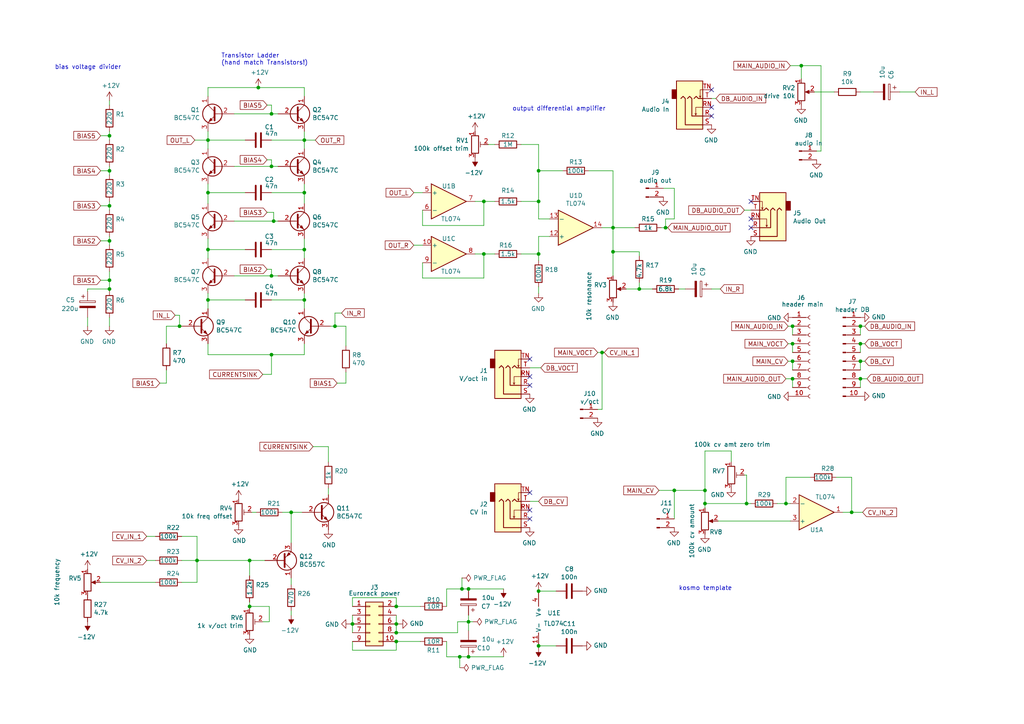
<source format=kicad_sch>
(kicad_sch (version 20211123) (generator eeschema)
  (paper "A4")
  (junction (at 88.265 86.995))
  (junction (at 72.39 175.895))
  (junction (at 247.015 148.59))
  (junction (at 114.935 175.895))
  (junction (at 52.07 94.615))
  (junction (at 156.21 187.325))
  (junction (at 204.47 142.24))
  (junction (at 232.41 19.05))
  (junction (at 193.04 66.04))
  (junction (at 135.89 180.34))
  (junction (at 114.935 180.975))
  (junction (at 249.555 99.695))
  (junction (at 249.555 104.775))
  (junction (at 88.265 40.64))
  (junction (at 88.265 72.39))
  (junction (at 60.325 40.64))
  (junction (at 177.8 73.025))
  (junction (at 60.325 86.995))
  (junction (at 31.75 39.37))
  (junction (at 31.75 83.82))
  (junction (at 102.235 180.975))
  (junction (at 97.155 94.615))
  (junction (at 133.35 190.5))
  (junction (at 216.535 146.05))
  (junction (at 140.335 58.42))
  (junction (at 174.625 102.235))
  (junction (at 229.87 99.695))
  (junction (at 79.375 64.135))
  (junction (at 229.87 104.775))
  (junction (at 195.58 142.24))
  (junction (at 57.15 162.56))
  (junction (at 249.555 94.615))
  (junction (at 31.75 59.69))
  (junction (at 72.39 162.56))
  (junction (at 31.75 69.85))
  (junction (at 156.21 49.53))
  (junction (at 229.87 109.855))
  (junction (at 227.965 146.05))
  (junction (at 114.935 186.055))
  (junction (at 78.74 80.01))
  (junction (at 204.47 146.05))
  (junction (at 229.87 94.615))
  (junction (at 78.74 102.87))
  (junction (at 84.455 148.59))
  (junction (at 156.21 171.45))
  (junction (at 78.74 48.26))
  (junction (at 88.265 55.88))
  (junction (at 31.75 49.53))
  (junction (at 74.93 25.4))
  (junction (at 140.335 73.66))
  (junction (at 156.21 73.66))
  (junction (at 133.985 170.815))
  (junction (at 135.89 170.815))
  (junction (at 177.8 66.04))
  (junction (at 78.74 33.02))
  (junction (at 185.42 83.82))
  (junction (at 249.555 109.855))
  (junction (at 156.21 58.42))
  (junction (at 114.935 183.515))
  (junction (at 60.325 55.88))
  (junction (at 135.89 190.5))
  (junction (at 31.75 81.28))
  (junction (at 60.325 72.39))
  (no_connect (at 206.375 33.655))
  (no_connect (at 217.805 66.04))
  (no_connect (at 206.375 31.115))
  (no_connect (at 153.67 142.875))
  (no_connect (at 206.375 26.035))
  (no_connect (at 153.67 111.76))
  (no_connect (at 153.67 147.955))
  (no_connect (at 217.805 58.42))
  (no_connect (at 153.67 104.14))
  (no_connect (at 217.805 63.5))
  (no_connect (at 153.67 150.495))
  (no_connect (at 153.67 109.22))
  (wire (pts (xy 88.265 55.88) (xy 88.265 59.055)))
  (wire (pts (xy 52.705 94.615) (xy 52.07 94.615)))
  (wire (pts (xy 29.21 39.37) (xy 31.75 39.37)))
  (wire (pts (xy 31.75 38.1) (xy 31.75 39.37)))
  (wire (pts (xy 234.95 138.43) (xy 227.965 138.43)))
  (wire (pts (xy 170.815 49.53) (xy 177.8 49.53)))
  (wire (pts (xy 132.715 180.34) (xy 135.89 180.34)))
  (wire (pts (xy 31.75 39.37) (xy 31.75 40.64)))
  (wire (pts (xy 247.015 148.59) (xy 247.015 138.43)))
  (wire (pts (xy 95.25 143.51) (xy 95.25 141.605)))
  (wire (pts (xy 60.325 55.88) (xy 60.325 59.055)))
  (wire (pts (xy 52.07 91.44) (xy 52.07 94.615)))
  (wire (pts (xy 31.75 83.82) (xy 31.75 84.455)))
  (wire (pts (xy 133.985 167.64) (xy 133.985 170.815)))
  (wire (pts (xy 229.87 109.855) (xy 227.965 109.855)))
  (wire (pts (xy 174.625 66.04) (xy 177.8 66.04)))
  (wire (pts (xy 57.15 162.56) (xy 72.39 162.56)))
  (wire (pts (xy 114.935 180.975) (xy 114.935 178.435)))
  (wire (pts (xy 181.61 83.82) (xy 185.42 83.82)))
  (wire (pts (xy 97.155 94.615) (xy 100.33 94.615)))
  (wire (pts (xy 204.47 146.05) (xy 204.47 142.24)))
  (wire (pts (xy 48.26 107.315) (xy 48.26 111.125)))
  (wire (pts (xy 91.44 40.64) (xy 88.265 40.64)))
  (wire (pts (xy 74.93 25.4) (xy 60.325 25.4)))
  (wire (pts (xy 122.555 55.88) (xy 120.015 55.88)))
  (wire (pts (xy 177.8 66.04) (xy 177.8 73.025)))
  (wire (pts (xy 122.555 80.645) (xy 140.335 80.645)))
  (wire (pts (xy 71.12 40.64) (xy 60.325 40.64)))
  (wire (pts (xy 31.75 68.58) (xy 31.75 69.85)))
  (wire (pts (xy 208.28 151.13) (xy 229.235 151.13)))
  (wire (pts (xy 206.375 83.82) (xy 208.915 83.82)))
  (wire (pts (xy 156.21 68.58) (xy 156.21 73.66)))
  (wire (pts (xy 57.15 162.56) (xy 57.15 155.575)))
  (wire (pts (xy 31.75 81.28) (xy 31.75 83.82)))
  (wire (pts (xy 25.4 83.82) (xy 31.75 83.82)))
  (wire (pts (xy 122.555 65.405) (xy 140.335 65.405)))
  (wire (pts (xy 238.125 19.05) (xy 232.41 19.05)))
  (wire (pts (xy 204.47 130.81) (xy 212.09 130.81)))
  (wire (pts (xy 102.235 173.355) (xy 114.935 173.355)))
  (wire (pts (xy 100.33 107.95) (xy 100.33 111.125)))
  (wire (pts (xy 195.58 150.495) (xy 195.58 142.24)))
  (wire (pts (xy 114.935 183.515) (xy 132.715 183.515)))
  (wire (pts (xy 72.39 176.53) (xy 72.39 175.895)))
  (wire (pts (xy 78.74 108.585) (xy 76.2 108.585)))
  (wire (pts (xy 229.87 99.695) (xy 229.87 102.235)))
  (wire (pts (xy 114.935 186.055) (xy 121.92 186.055)))
  (wire (pts (xy 241.935 26.67) (xy 236.22 26.67)))
  (wire (pts (xy 114.935 173.355) (xy 114.935 175.895)))
  (wire (pts (xy 72.39 175.895) (xy 72.39 174.625)))
  (wire (pts (xy 161.29 171.45) (xy 156.21 171.45)))
  (wire (pts (xy 156.21 63.5) (xy 156.21 58.42)))
  (wire (pts (xy 227.965 138.43) (xy 227.965 146.05)))
  (wire (pts (xy 137.795 58.42) (xy 140.335 58.42)))
  (wire (pts (xy 78.74 30.48) (xy 78.74 33.02)))
  (wire (pts (xy 195.58 54.61) (xy 195.58 63.5)))
  (wire (pts (xy 159.385 68.58) (xy 156.21 68.58)))
  (wire (pts (xy 78.74 46.355) (xy 78.74 48.26)))
  (wire (pts (xy 156.21 171.45) (xy 156.21 172.085)))
  (wire (pts (xy 95.885 94.615) (xy 97.155 94.615)))
  (wire (pts (xy 31.75 59.69) (xy 31.75 60.96)))
  (wire (pts (xy 135.89 182.88) (xy 135.89 180.34)))
  (wire (pts (xy 80.645 64.135) (xy 79.375 64.135)))
  (wire (pts (xy 80.645 48.26) (xy 78.74 48.26)))
  (wire (pts (xy 60.325 86.995) (xy 60.325 89.535)))
  (wire (pts (xy 25.4 84.455) (xy 25.4 83.82)))
  (wire (pts (xy 135.89 180.34) (xy 137.16 180.34)))
  (wire (pts (xy 88.265 72.39) (xy 88.265 74.93)))
  (wire (pts (xy 156.21 145.415) (xy 153.67 145.415)))
  (wire (pts (xy 250.19 148.59) (xy 247.015 148.59)))
  (wire (pts (xy 215.9 60.96) (xy 217.805 60.96)))
  (wire (pts (xy 57.15 168.91) (xy 57.15 162.56)))
  (wire (pts (xy 249.555 26.67) (xy 253.365 26.67)))
  (wire (pts (xy 25.4 92.075) (xy 25.4 94.615)))
  (wire (pts (xy 102.235 178.435) (xy 102.235 180.975)))
  (wire (pts (xy 156.21 83.185) (xy 156.21 85.09)))
  (wire (pts (xy 229.235 146.05) (xy 227.965 146.05)))
  (wire (pts (xy 133.35 193.675) (xy 133.35 190.5)))
  (wire (pts (xy 60.325 102.87) (xy 60.325 99.695)))
  (wire (pts (xy 156.845 106.68) (xy 153.67 106.68)))
  (wire (pts (xy 247.015 148.59) (xy 244.475 148.59)))
  (wire (pts (xy 77.47 30.48) (xy 78.74 30.48)))
  (wire (pts (xy 249.555 104.775) (xy 250.825 104.775)))
  (wire (pts (xy 80.645 80.01) (xy 78.74 80.01)))
  (wire (pts (xy 29.21 49.53) (xy 31.75 49.53)))
  (wire (pts (xy 78.74 78.105) (xy 78.74 80.01)))
  (wire (pts (xy 185.42 73.025) (xy 177.8 73.025)))
  (wire (pts (xy 88.265 86.995) (xy 88.265 89.535)))
  (wire (pts (xy 102.235 186.055) (xy 102.235 188.595)))
  (wire (pts (xy 60.325 25.4) (xy 60.325 27.94)))
  (wire (pts (xy 84.455 167.64) (xy 84.455 169.545)))
  (wire (pts (xy 141.605 41.91) (xy 143.51 41.91)))
  (wire (pts (xy 192.405 54.61) (xy 195.58 54.61)))
  (wire (pts (xy 88.265 25.4) (xy 88.265 27.94)))
  (wire (pts (xy 52.07 94.615) (xy 48.26 94.615)))
  (wire (pts (xy 99.06 90.805) (xy 97.155 90.805)))
  (wire (pts (xy 88.265 85.09) (xy 88.265 86.995)))
  (wire (pts (xy 156.21 49.53) (xy 156.21 58.42)))
  (wire (pts (xy 135.89 180.34) (xy 135.89 178.435)))
  (wire (pts (xy 88.265 102.87) (xy 78.74 102.87)))
  (wire (pts (xy 88.265 38.1) (xy 88.265 40.64)))
  (wire (pts (xy 72.39 162.56) (xy 76.835 162.56)))
  (wire (pts (xy 52.705 168.91) (xy 57.15 168.91)))
  (wire (pts (xy 135.89 190.5) (xy 146.05 190.5)))
  (wire (pts (xy 229.87 97.155) (xy 229.87 94.615)))
  (wire (pts (xy 60.325 53.34) (xy 60.325 55.88)))
  (wire (pts (xy 163.195 49.53) (xy 156.21 49.53)))
  (wire (pts (xy 140.335 65.405) (xy 140.335 58.42)))
  (wire (pts (xy 29.21 59.69) (xy 31.75 59.69)))
  (wire (pts (xy 238.125 43.815) (xy 238.125 19.05)))
  (wire (pts (xy 56.515 40.64) (xy 60.325 40.64)))
  (wire (pts (xy 129.54 170.815) (xy 133.985 170.815)))
  (wire (pts (xy 77.47 46.355) (xy 78.74 46.355)))
  (wire (pts (xy 78.74 33.02) (xy 80.645 33.02)))
  (wire (pts (xy 95.25 129.54) (xy 90.805 129.54)))
  (wire (pts (xy 229.87 109.855) (xy 229.87 112.395)))
  (wire (pts (xy 185.42 81.915) (xy 185.42 83.82)))
  (wire (pts (xy 74.93 25.4) (xy 88.265 25.4)))
  (wire (pts (xy 79.375 61.595) (xy 79.375 64.135)))
  (wire (pts (xy 129.54 190.5) (xy 133.35 190.5)))
  (wire (pts (xy 129.54 175.895) (xy 129.54 170.815)))
  (wire (pts (xy 114.935 175.895) (xy 121.92 175.895)))
  (wire (pts (xy 71.12 55.88) (xy 60.325 55.88)))
  (wire (pts (xy 29.21 168.91) (xy 45.085 168.91)))
  (wire (pts (xy 78.74 102.87) (xy 78.74 108.585)))
  (wire (pts (xy 206.375 28.575) (xy 207.645 28.575)))
  (wire (pts (xy 174.625 102.235) (xy 174.625 118.745)))
  (wire (pts (xy 173.355 102.235) (xy 174.625 102.235)))
  (wire (pts (xy 193.04 63.5) (xy 193.04 66.04)))
  (wire (pts (xy 196.85 83.82) (xy 198.755 83.82)))
  (wire (pts (xy 249.555 109.855) (xy 249.555 112.395)))
  (wire (pts (xy 204.47 142.24) (xy 204.47 130.81)))
  (wire (pts (xy 228.6 94.615) (xy 229.87 94.615)))
  (wire (pts (xy 45.085 155.575) (xy 42.545 155.575)))
  (wire (pts (xy 67.945 33.02) (xy 78.74 33.02)))
  (wire (pts (xy 102.235 175.895) (xy 102.235 173.355)))
  (wire (pts (xy 216.535 146.05) (xy 204.47 146.05)))
  (wire (pts (xy 174.625 118.745) (xy 173.355 118.745)))
  (wire (pts (xy 133.35 190.5) (xy 135.89 190.5)))
  (wire (pts (xy 174.625 102.235) (xy 175.26 102.235)))
  (wire (pts (xy 60.325 69.215) (xy 60.325 72.39)))
  (wire (pts (xy 195.58 142.24) (xy 204.47 142.24)))
  (wire (pts (xy 73.025 148.59) (xy 74.295 148.59)))
  (wire (pts (xy 133.985 170.815) (xy 135.89 170.815)))
  (wire (pts (xy 100.33 94.615) (xy 100.33 100.33)))
  (wire (pts (xy 249.555 99.695) (xy 249.555 102.235)))
  (wire (pts (xy 71.12 86.995) (xy 60.325 86.995)))
  (wire (pts (xy 57.15 155.575) (xy 52.705 155.575)))
  (wire (pts (xy 88.265 53.34) (xy 88.265 55.88)))
  (wire (pts (xy 114.935 188.595) (xy 114.935 186.055)))
  (wire (pts (xy 191.135 142.24) (xy 195.58 142.24)))
  (wire (pts (xy 84.455 177.165) (xy 84.455 178.435)))
  (wire (pts (xy 229.87 104.775) (xy 228.6 104.775)))
  (wire (pts (xy 156.21 41.91) (xy 156.21 49.53)))
  (wire (pts (xy 191.77 66.04) (xy 193.04 66.04)))
  (wire (pts (xy 42.545 162.56) (xy 45.085 162.56)))
  (wire (pts (xy 204.47 146.05) (xy 204.47 147.32)))
  (wire (pts (xy 140.335 80.645) (xy 140.335 73.66)))
  (wire (pts (xy 78.74 40.64) (xy 88.265 40.64)))
  (wire (pts (xy 114.935 180.975) (xy 115.57 180.975)))
  (wire (pts (xy 31.75 58.42) (xy 31.75 59.69)))
  (wire (pts (xy 52.705 162.56) (xy 57.15 162.56)))
  (wire (pts (xy 236.855 43.815) (xy 238.125 43.815)))
  (wire (pts (xy 77.47 78.105) (xy 78.74 78.105)))
  (wire (pts (xy 184.15 66.04) (xy 177.8 66.04)))
  (wire (pts (xy 88.265 99.695) (xy 88.265 102.87)))
  (wire (pts (xy 78.105 175.895) (xy 78.105 180.34)))
  (wire (pts (xy 100.33 111.125) (xy 97.79 111.125)))
  (wire (pts (xy 217.805 146.05) (xy 216.535 146.05)))
  (wire (pts (xy 249.555 94.615) (xy 249.555 97.155)))
  (wire (pts (xy 156.21 58.42) (xy 151.13 58.42)))
  (wire (pts (xy 156.21 73.66) (xy 151.13 73.66)))
  (wire (pts (xy 195.58 63.5) (xy 193.04 63.5)))
  (wire (pts (xy 193.04 66.04) (xy 193.675 66.04)))
  (wire (pts (xy 84.455 148.59) (xy 87.63 148.59)))
  (wire (pts (xy 31.75 78.74) (xy 31.75 81.28)))
  (wire (pts (xy 78.74 80.01) (xy 67.945 80.01)))
  (wire (pts (xy 260.985 26.67) (xy 265.43 26.67)))
  (wire (pts (xy 60.325 85.09) (xy 60.325 86.995)))
  (wire (pts (xy 177.8 49.53) (xy 177.8 66.04)))
  (wire (pts (xy 156.21 73.66) (xy 156.21 75.565)))
  (wire (pts (xy 140.335 58.42) (xy 143.51 58.42)))
  (wire (pts (xy 102.235 188.595) (xy 114.935 188.595)))
  (wire (pts (xy 135.89 170.815) (xy 146.05 170.815)))
  (wire (pts (xy 60.325 38.1) (xy 60.325 40.64)))
  (wire (pts (xy 247.015 138.43) (xy 242.57 138.43)))
  (wire (pts (xy 31.75 49.53) (xy 31.75 50.8)))
  (wire (pts (xy 50.8 91.44) (xy 52.07 91.44)))
  (wire (pts (xy 102.235 180.975) (xy 101.6 180.975)))
  (wire (pts (xy 159.385 63.5) (xy 156.21 63.5)))
  (wire (pts (xy 29.21 69.85) (xy 31.75 69.85)))
  (wire (pts (xy 81.915 148.59) (xy 84.455 148.59)))
  (wire (pts (xy 78.74 48.26) (xy 67.945 48.26)))
  (wire (pts (xy 129.54 186.055) (xy 129.54 190.5)))
  (wire (pts (xy 227.965 146.05) (xy 225.425 146.05)))
  (wire (pts (xy 151.13 41.91) (xy 156.21 41.91)))
  (wire (pts (xy 72.39 175.895) (xy 78.105 175.895)))
  (wire (pts (xy 212.09 130.81) (xy 212.09 133.985)))
  (wire (pts (xy 60.325 40.64) (xy 60.325 43.18)))
  (wire (pts (xy 29.21 81.28) (xy 31.75 81.28)))
  (wire (pts (xy 114.935 183.515) (xy 114.935 180.975)))
  (wire (pts (xy 229.87 104.775) (xy 229.87 107.315)))
  (wire (pts (xy 132.715 183.515) (xy 132.715 180.34)))
  (wire (pts (xy 72.39 167.005) (xy 72.39 162.56)))
  (wire (pts (xy 122.555 76.2) (xy 122.555 80.645)))
  (wire (pts (xy 185.42 83.82) (xy 189.23 83.82)))
  (wire (pts (xy 215.9 137.795) (xy 216.535 137.795)))
  (wire (pts (xy 249.555 94.615) (xy 250.825 94.615)))
  (wire (pts (xy 88.265 40.64) (xy 88.265 43.18)))
  (wire (pts (xy 78.74 72.39) (xy 88.265 72.39)))
  (wire (pts (xy 143.51 73.66) (xy 140.335 73.66)))
  (wire (pts (xy 232.41 19.05) (xy 232.41 22.86)))
  (wire (pts (xy 71.12 72.39) (xy 60.325 72.39)))
  (wire (pts (xy 78.74 86.995) (xy 88.265 86.995)))
  (wire (pts (xy 102.235 180.975) (xy 102.235 183.515)))
  (wire (pts (xy 31.75 69.85) (xy 31.75 71.12)))
  (wire (pts (xy 156.21 187.325) (xy 156.21 187.96)))
  (wire (pts (xy 122.555 60.96) (xy 122.555 65.405)))
  (wire (pts (xy 122.555 71.12) (xy 120.015 71.12)))
  (wire (pts (xy 84.455 157.48) (xy 84.455 148.59)))
  (wire (pts (xy 31.75 92.075) (xy 31.75 94.615)))
  (wire (pts (xy 78.105 180.34) (xy 76.2 180.34)))
  (wire (pts (xy 161.29 187.325) (xy 156.21 187.325)))
  (wire (pts (xy 60.325 72.39) (xy 60.325 74.93)))
  (wire (pts (xy 48.26 111.125) (xy 46.355 111.125)))
  (wire (pts (xy 78.74 55.88) (xy 88.265 55.88)))
  (wire (pts (xy 250.825 99.695) (xy 249.555 99.695)))
  (wire (pts (xy 249.555 109.855) (xy 251.46 109.855)))
  (wire (pts (xy 31.75 29.21) (xy 31.75 30.48)))
  (wire (pts (xy 97.155 90.805) (xy 97.155 94.615)))
  (wire (pts (xy 249.555 104.775) (xy 249.555 107.315)))
  (wire (pts (xy 88.265 69.215) (xy 88.265 72.39)))
  (wire (pts (xy 31.75 48.26) (xy 31.75 49.53)))
  (wire (pts (xy 229.235 19.05) (xy 232.41 19.05)))
  (wire (pts (xy 95.25 133.985) (xy 95.25 129.54)))
  (wire (pts (xy 79.375 64.135) (xy 67.945 64.135)))
  (wire (pts (xy 228.6 99.695) (xy 229.87 99.695)))
  (wire (pts (xy 78.74 102.87) (xy 60.325 102.87)))
  (wire (pts (xy 77.47 61.595) (xy 79.375 61.595)))
  (wire (pts (xy 216.535 137.795) (xy 216.535 146.05)))
  (wire (pts (xy 177.8 73.025) (xy 177.8 80.01)))
  (wire (pts (xy 140.335 73.66) (xy 137.795 73.66)))
  (wire (pts (xy 48.26 94.615) (xy 48.26 99.695)))
  (wire (pts (xy 185.42 74.295) (xy 185.42 73.025)))
  (text "Transistor Ladder \n(hand match Transistors!)" (at 64.135 19.05 0) (effects (font (size 1.27 1.27)) (justify left bottom)))
  (text "kosmo template" (at 196.85 171.45 0) (effects (font (size 1.27 1.27)) (justify left bottom)))
  (text "output differential amplifier" (at 148.59 32.385 0) (effects (font (size 1.27 1.27)) (justify left bottom)))
  (text "bias voltage divider" (at 15.875 20.32 0) (effects (font (size 1.27 1.27)) (justify left bottom)))
  (global_label "CV_IN_2" (shape input) (at 42.545 162.56 180) (property "Intersheet References" "${INTERSHEET_REFS}" (effects hide)))
  (global_label "BIAS2" (shape input) (at 77.47 78.105 180) (property "Intersheet References" "${INTERSHEET_REFS}" (effects hide)))
  (global_label "OUT_R" (shape input) (at 120.015 71.12 180) (property "Intersheet References" "${INTERSHEET_REFS}" (effects hide)))
  (global_label "MAIN_VOCT" (shape input) (at 228.6 99.695 180) (property "Intersheet References" "${INTERSHEET_REFS}" (effects hide)))
  (global_label "IN_R" (shape input) (at 99.06 90.805 0) (property "Intersheet References" "${INTERSHEET_REFS}" (effects hide)))
  (global_label "CV_IN_1" (shape input) (at 42.545 155.575 180) (property "Intersheet References" "${INTERSHEET_REFS}" (effects hide)))
  (global_label "IN_L" (shape input) (at 50.8 91.44 180) (property "Intersheet References" "${INTERSHEET_REFS}" (effects hide)))
  (global_label "CURRENTSINK" (shape input) (at 76.2 108.585 180) (property "Intersheet References" "${INTERSHEET_REFS}" (effects hide)))
  (global_label "DB_AUDIO_OUT" (shape input) (at 251.46 109.855 0) (property "Intersheet References" "${INTERSHEET_REFS}" (effects hide)))
  (global_label "DB_CV" (shape input) (at 156.21 145.415 0) (property "Intersheet References" "${INTERSHEET_REFS}" (effects hide)))
  (global_label "DB_AUDIO_IN" (shape input) (at 207.645 28.575 0) (property "Intersheet References" "${INTERSHEET_REFS}" (effects hide)))
  (global_label "DB_CV" (shape input) (at 250.825 104.775 0) (property "Intersheet References" "${INTERSHEET_REFS}" (effects hide)))
  (global_label "OUT_R" (shape input) (at 91.44 40.64 0) (property "Intersheet References" "${INTERSHEET_REFS}" (effects hide)))
  (global_label "BIAS4" (shape input) (at 29.21 49.53 180) (property "Intersheet References" "${INTERSHEET_REFS}" (effects hide)))
  (global_label "IN_L" (shape input) (at 265.43 26.67 0) (property "Intersheet References" "${INTERSHEET_REFS}" (effects hide)))
  (global_label "DB_VOCT" (shape input) (at 156.845 106.68 0) (property "Intersheet References" "${INTERSHEET_REFS}" (effects hide)))
  (global_label "BIAS3" (shape input) (at 77.47 61.595 180) (property "Intersheet References" "${INTERSHEET_REFS}" (effects hide)))
  (global_label "DB_AUDIO_OUT" (shape input) (at 215.9 60.96 180) (property "Intersheet References" "${INTERSHEET_REFS}" (effects hide)))
  (global_label "BIAS4" (shape input) (at 77.47 46.355 180) (property "Intersheet References" "${INTERSHEET_REFS}" (effects hide)))
  (global_label "OUT_L" (shape input) (at 56.515 40.64 180) (property "Intersheet References" "${INTERSHEET_REFS}" (effects hide)))
  (global_label "BIAS5" (shape input) (at 29.21 39.37 180) (property "Intersheet References" "${INTERSHEET_REFS}" (effects hide)))
  (global_label "CV_IN_1" (shape input) (at 175.26 102.235 0) (property "Intersheet References" "${INTERSHEET_REFS}" (effects hide)))
  (global_label "DB_VOCT" (shape input) (at 250.825 99.695 0) (property "Intersheet References" "${INTERSHEET_REFS}" (effects hide)))
  (global_label "BIAS3" (shape input) (at 29.21 59.69 180) (property "Intersheet References" "${INTERSHEET_REFS}" (effects hide)))
  (global_label "OUT_L" (shape input) (at 120.015 55.88 180) (property "Intersheet References" "${INTERSHEET_REFS}" (effects hide)))
  (global_label "IN_R" (shape input) (at 208.915 83.82 0) (property "Intersheet References" "${INTERSHEET_REFS}" (effects hide)))
  (global_label "MAIN_CV" (shape input) (at 191.135 142.24 180) (property "Intersheet References" "${INTERSHEET_REFS}" (effects hide)))
  (global_label "BIAS5" (shape input) (at 77.47 30.48 180) (property "Intersheet References" "${INTERSHEET_REFS}" (effects hide)))
  (global_label "MAIN_CV" (shape input) (at 228.6 104.775 180) (property "Intersheet References" "${INTERSHEET_REFS}" (effects hide)))
  (global_label "DB_AUDIO_IN" (shape input) (at 250.825 94.615 0) (property "Intersheet References" "${INTERSHEET_REFS}" (effects hide)))
  (global_label "MAIN_AUDIO_IN" (shape input) (at 229.235 19.05 180) (property "Intersheet References" "${INTERSHEET_REFS}" (effects hide)))
  (global_label "BIAS1" (shape input) (at 29.21 81.28 180) (property "Intersheet References" "${INTERSHEET_REFS}" (effects hide)))
  (global_label "MAIN_AUDIO_IN" (shape input) (at 228.6 94.615 180) (property "Intersheet References" "${INTERSHEET_REFS}" (effects hide)))
  (global_label "MAIN_AUDIO_OUT" (shape input) (at 193.675 66.04 0) (property "Intersheet References" "${INTERSHEET_REFS}" (effects hide)))
  (global_label "BIAS1" (shape input) (at 97.79 111.125 180) (property "Intersheet References" "${INTERSHEET_REFS}" (effects hide)))
  (global_label "MAIN_AUDIO_OUT" (shape input) (at 227.965 109.855 180) (property "Intersheet References" "${INTERSHEET_REFS}" (effects hide)))
  (global_label "CV_IN_2" (shape input) (at 250.19 148.59 0) (property "Intersheet References" "${INTERSHEET_REFS}" (effects hide)))
  (global_label "MAIN_VOCT" (shape input) (at 173.355 102.235 180) (property "Intersheet References" "${INTERSHEET_REFS}" (effects hide)))
  (global_label "CURRENTSINK" (shape input) (at 90.805 129.54 180) (property "Intersheet References" "${INTERSHEET_REFS}" (effects hide)))
  (global_label "BIAS1" (shape input) (at 46.355 111.125 180) (property "Intersheet References" "${INTERSHEET_REFS}" (effects hide)))
  (global_label "BIAS2" (shape input) (at 29.21 69.85 180) (property "Intersheet References" "${INTERSHEET_REFS}" (effects hide)))
  (symbol (lib_id "power:+12V") (at 146.05 190.5 0) (unit 1)
    (property "Reference" "#PWR06" (effects hide))
    (property "Value" "+12V" (at 146.431 186.1058 0))
  )
  (symbol (lib_id "power:-12V") (at 146.05 170.815 180) (unit 1)
    (property "Reference" "#PWR011" (effects hide))
    (property "Value" "-12V" (at 145.669 175.2092 0))
  )
  (symbol (lib_id "Device:R") (at 125.73 175.895 90) (unit 1)
    (property "Reference" "R10" (at 125.73 173.99 90))
    (property "Value" "10R" (at 125.73 175.895 90))
    (property "Footprint" "R_silkvalue:R_Axial_DIN0207_L6.3mm_D2.5mm_P7.62mm_Horizontal_silkvalue" (effects hide))
  )
  (symbol (lib_id "Device:R") (at 125.73 186.055 90) (unit 1)
    (property "Reference" "R11" (at 125.73 188.595 90))
    (property "Value" "10R" (at 125.73 186.055 90))
    (property "Footprint" "R_silkvalue:R_Axial_DIN0207_L6.3mm_D2.5mm_P7.62mm_Horizontal_silkvalue" (effects hide))
  )
  (symbol (lib_id "Connector_Generic:Conn_02x05_Odd_Even") (at 107.315 180.975 0) (unit 1)
    (property "Reference" "J3" (at 108.585 170.3832 0))
    (property "Value" "Eurorack power" (at 108.585 172.085 0))
    (property "Footprint" "Connector_Multicomp:Multicomp_MC9A12-1034_2x05_P2.54mm_Vertical" (effects hide))
  )
  (symbol (lib_id "power:GND") (at 101.6 180.975 270) (unit 1)
    (property "Reference" "#PWR09" (effects hide))
    (property "Value" "GND" (at 98.3488 181.102 90) (effects (justify right)))
  )
  (symbol (lib_id "power:GND") (at 115.57 180.975 90) (unit 1)
    (property "Reference" "#PWR010" (effects hide))
    (property "Value" "GND" (at 118.8212 180.848 90) (effects (justify right)))
  )
  (symbol (lib_id "Transistor_BJT:BC547") (at 62.865 33.02 0) (mirror y) (unit 1)
    (property "Reference" "Q1" (at 58.0136 31.8516 0) (effects (justify left)))
    (property "Value" "BC547C" (at 58.0136 34.163 0) (effects (justify left)))
    (property "Footprint" "Package_TO_SOT_THT:TO-92_Inline_Wide" (effects hide))
    (property "Datasheet" "http://www.fairchildsemi.com/ds/BC/BC547.pdf" (effects hide))
  )
  (symbol (lib_id "Transistor_BJT:BC547") (at 62.865 48.26 0) (mirror y) (unit 1)
    (property "Reference" "Q3" (at 58.0136 47.0916 0) (effects (justify left)))
    (property "Value" "BC547C" (at 58.0136 49.403 0) (effects (justify left)))
    (property "Footprint" "Package_TO_SOT_THT:TO-92_Inline_Wide" (effects hide))
    (property "Datasheet" "http://www.fairchildsemi.com/ds/BC/BC547.pdf" (effects hide))
  )
  (symbol (lib_id "Transistor_BJT:BC547") (at 62.865 64.135 0) (mirror y) (unit 1)
    (property "Reference" "Q5" (at 58.0136 62.9666 0) (effects (justify left)))
    (property "Value" "BC547C" (at 58.0136 65.278 0) (effects (justify left)))
    (property "Footprint" "Package_TO_SOT_THT:TO-92_Inline_Wide" (effects hide))
    (property "Datasheet" "http://www.fairchildsemi.com/ds/BC/BC547.pdf" (effects hide))
  )
  (symbol (lib_id "Transistor_BJT:BC547") (at 62.865 80.01 0) (mirror y) (unit 1)
    (property "Reference" "Q7" (at 58.0136 78.8416 0) (effects (justify left)))
    (property "Value" "BC547C" (at 58.0136 81.153 0) (effects (justify left)))
    (property "Footprint" "Package_TO_SOT_THT:TO-92_Inline_Wide" (effects hide))
    (property "Datasheet" "http://www.fairchildsemi.com/ds/BC/BC547.pdf" (effects hide))
  )
  (symbol (lib_id "Transistor_BJT:BC547") (at 90.805 94.615 0) (mirror y) (unit 1)
    (property "Reference" "Q10" (at 85.9536 93.4466 0) (effects (justify left)))
    (property "Value" "BC547C" (at 85.9536 95.758 0) (effects (justify left)))
    (property "Footprint" "Package_TO_SOT_THT:TO-92_Inline_Wide" (effects hide))
    (property "Datasheet" "http://www.fairchildsemi.com/ds/BC/BC547.pdf" (effects hide))
  )
  (symbol (lib_id "Transistor_BJT:BC547") (at 85.725 33.02 0) (unit 1)
    (property "Reference" "Q2" (at 90.5764 31.8516 0) (effects (justify left)))
    (property "Value" "BC547C" (at 90.5764 34.163 0) (effects (justify left)))
    (property "Footprint" "Package_TO_SOT_THT:TO-92_Inline_Wide" (effects hide))
    (property "Datasheet" "http://www.fairchildsemi.com/ds/BC/BC547.pdf" (effects hide))
  )
  (symbol (lib_id "Transistor_BJT:BC547") (at 85.725 48.26 0) (unit 1)
    (property "Reference" "Q4" (at 90.5764 47.0916 0) (effects (justify left)))
    (property "Value" "BC547C" (at 90.5764 49.403 0) (effects (justify left)))
    (property "Footprint" "Package_TO_SOT_THT:TO-92_Inline_Wide" (effects hide))
    (property "Datasheet" "http://www.fairchildsemi.com/ds/BC/BC547.pdf" (effects hide))
  )
  (symbol (lib_id "Transistor_BJT:BC547") (at 85.725 64.135 0) (unit 1)
    (property "Reference" "Q6" (at 90.5764 62.9666 0) (effects (justify left)))
    (property "Value" "BC547C" (at 90.5764 65.278 0) (effects (justify left)))
    (property "Footprint" "Package_TO_SOT_THT:TO-92_Inline_Wide" (effects hide))
    (property "Datasheet" "http://www.fairchildsemi.com/ds/BC/BC547.pdf" (effects hide))
  )
  (symbol (lib_id "Transistor_BJT:BC547") (at 85.725 80.01 0) (unit 1)
    (property "Reference" "Q8" (at 90.5764 78.8416 0) (effects (justify left)))
    (property "Value" "BC547C" (at 90.5764 81.153 0) (effects (justify left)))
    (property "Footprint" "Package_TO_SOT_THT:TO-92_Inline_Wide" (effects hide))
    (property "Datasheet" "http://www.fairchildsemi.com/ds/BC/BC547.pdf" (effects hide))
  )
  (symbol (lib_id "Transistor_BJT:BC547") (at 57.785 94.615 0) (unit 1)
    (property "Reference" "Q9" (at 62.6364 93.4466 0) (effects (justify left)))
    (property "Value" "BC547C" (at 62.6364 95.758 0) (effects (justify left)))
    (property "Footprint" "Package_TO_SOT_THT:TO-92_Inline_Wide" (effects hide))
    (property "Datasheet" "http://www.fairchildsemi.com/ds/BC/BC547.pdf" (effects hide))
  )
  (symbol (lib_id "Device:R") (at 31.75 34.29 0) (unit 1)
    (property "Reference" "R1" (at 33.528 33.1216 0) (effects (justify left)))
    (property "Value" "220" (at 31.75 36.195 90) (effects (justify left)))
    (property "Footprint" "R_silkvalue:R_Axial_DIN0207_L6.3mm_D2.5mm_P7.62mm_Horizontal_silkvalue" (effects hide))
  )
  (symbol (lib_id "Device:R") (at 31.75 64.77 0) (unit 1)
    (property "Reference" "R4" (at 33.528 63.6016 0) (effects (justify left)))
    (property "Value" "220" (at 31.75 66.675 90) (effects (justify left)))
    (property "Footprint" "R_silkvalue:R_Axial_DIN0207_L6.3mm_D2.5mm_P7.62mm_Horizontal_silkvalue" (effects hide))
  )
  (symbol (lib_id "power:+12V") (at 31.75 29.21 0) (unit 1)
    (property "Reference" "#PWR02" (effects hide))
    (property "Value" "+12V" (at 32.131 24.8158 0))
  )
  (symbol (lib_id "Device:R") (at 31.75 54.61 0) (unit 1)
    (property "Reference" "R3" (at 33.528 53.4416 0) (effects (justify left)))
    (property "Value" "220" (at 31.75 56.515 90) (effects (justify left)))
    (property "Footprint" "R_silkvalue:R_Axial_DIN0207_L6.3mm_D2.5mm_P7.62mm_Horizontal_silkvalue" (effects hide))
  )
  (symbol (lib_id "Device:R") (at 31.75 44.45 0) (unit 1)
    (property "Reference" "R2" (at 33.528 43.2816 0) (effects (justify left)))
    (property "Value" "220" (at 31.75 46.355 90) (effects (justify left)))
    (property "Footprint" "R_silkvalue:R_Axial_DIN0207_L6.3mm_D2.5mm_P7.62mm_Horizontal_silkvalue" (effects hide))
  )
  (symbol (lib_id "Device:R") (at 31.75 74.93 0) (unit 1)
    (property "Reference" "R5" (at 33.528 73.7616 0) (effects (justify left)))
    (property "Value" "220" (at 31.75 76.835 90) (effects (justify left)))
    (property "Footprint" "R_silkvalue:R_Axial_DIN0207_L6.3mm_D2.5mm_P7.62mm_Horizontal_silkvalue" (effects hide))
  )
  (symbol (lib_id "Device:R") (at 31.75 88.265 0) (unit 1)
    (property "Reference" "R6" (at 33.528 87.0966 0) (effects (justify left)))
    (property "Value" "220" (at 31.75 90.17 90) (effects (justify left)))
    (property "Footprint" "R_silkvalue:R_Axial_DIN0207_L6.3mm_D2.5mm_P7.62mm_Horizontal_silkvalue" (effects hide))
  )
  (symbol (lib_id "power:GND") (at 31.75 94.615 0) (unit 1)
    (property "Reference" "#PWR04" (effects hide))
    (property "Value" "GND" (at 33.655 99.06 0) (effects (justify right)))
  )
  (symbol (lib_id "ladderfilter-rescue:CP-Device") (at 25.4 88.265 0) (unit 1)
    (property "Reference" "C5" (at 19.05 86.995 0) (effects (justify left)))
    (property "Value" "220u" (at 17.78 89.535 0) (effects (justify left)))
    (property "Footprint" "Capacitor_THT:CP_Radial_D5.0mm_P2.00mm" (effects hide))
  )
  (symbol (lib_id "power:GND") (at 25.4 94.615 0) (unit 1)
    (property "Reference" "#PWR03" (effects hide))
    (property "Value" "GND" (at 27.305 99.06 0) (effects (justify right)))
  )
  (symbol (lib_id "power:+12V") (at 74.93 25.4 0) (unit 1)
    (property "Reference" "#PWR01" (effects hide))
    (property "Value" "+12V" (at 75.311 21.0058 0))
  )
  (symbol (lib_id "Device:C") (at 74.93 40.64 270) (unit 1)
    (property "Reference" "C1" (at 78.105 36.83 90))
    (property "Value" "47n" (at 78.74 38.735 90))
    (property "Footprint" "Capacitor_THT:C_Rect_L7.2mm_W2.5mm_P5.00mm_FKS2_FKP2_MKS2_MKP2" (effects hide))
  )
  (symbol (lib_id "Connector:AudioJack3_SwitchTR") (at 201.295 33.655 0) (mirror x) (unit 1)
    (property "Reference" "J4" (at 194.183 29.4132 0) (effects (justify right)))
    (property "Value" "Audio In" (at 194.183 31.7246 0) (effects (justify right)))
    (property "Footprint" "LMNC:Jack_6.35mm_PJ_629HAN" (effects hide))
  )
  (symbol (lib_id "Connector:AudioJack3_SwitchTR") (at 148.59 111.76 0) (mirror x) (unit 1)
    (property "Reference" "J1" (at 141.5034 107.5182 0) (effects (justify right)))
    (property "Value" "V/oct in" (at 141.5034 109.8296 0) (effects (justify right)))
    (property "Footprint" "LMNC:Jack_6.35mm_PJ_629HAN" (effects hide))
  )
  (symbol (lib_id "Device:C") (at 74.93 55.88 270) (unit 1)
    (property "Reference" "C2" (at 78.105 52.07 90))
    (property "Value" "47n" (at 78.74 53.975 90))
    (property "Footprint" "Capacitor_THT:C_Rect_L7.2mm_W2.5mm_P5.00mm_FKS2_FKP2_MKS2_MKP2" (effects hide))
  )
  (symbol (lib_id "Device:C") (at 74.93 72.39 270) (unit 1)
    (property "Reference" "C3" (at 78.105 68.58 90))
    (property "Value" "47n" (at 78.74 70.485 90))
    (property "Footprint" "Capacitor_THT:C_Rect_L7.2mm_W2.5mm_P5.00mm_FKS2_FKP2_MKS2_MKP2" (effects hide))
  )
  (symbol (lib_id "Device:C") (at 74.93 86.995 270) (unit 1)
    (property "Reference" "C4" (at 78.105 83.185 90))
    (property "Value" "47n" (at 78.74 85.09 90))
    (property "Footprint" "Capacitor_THT:C_Rect_L7.2mm_W2.5mm_P5.00mm_FKS2_FKP2_MKS2_MKP2" (effects hide))
  )
  (symbol (lib_id "Device:R") (at 48.26 103.505 0) (unit 1)
    (property "Reference" "R7" (at 50.038 102.3366 0) (effects (justify left)))
    (property "Value" "470" (at 50.038 104.648 0) (effects (justify left)))
    (property "Footprint" "R_silkvalue:R_Axial_DIN0207_L6.3mm_D2.5mm_P7.62mm_Horizontal_silkvalue" (effects hide))
  )
  (symbol (lib_id "Device:R") (at 100.33 104.14 0) (unit 1)
    (property "Reference" "R8" (at 102.108 102.9716 0) (effects (justify left)))
    (property "Value" "470" (at 102.108 105.283 0) (effects (justify left)))
    (property "Footprint" "R_silkvalue:R_Axial_DIN0207_L6.3mm_D2.5mm_P7.62mm_Horizontal_silkvalue" (effects hide))
  )
  (symbol (lib_id "Connector:AudioJack3_SwitchTR") (at 148.59 150.495 0) (mirror x) (unit 1)
    (property "Reference" "J2" (at 141.478 146.2532 0) (effects (justify right)))
    (property "Value" "CV in" (at 141.478 148.5646 0) (effects (justify right)))
    (property "Footprint" "LMNC:Jack_6.35mm_PJ_629HAN" (effects hide))
  )
  (symbol (lib_id "ladderfilter-rescue:R_POT-Device") (at 232.41 26.67 0) (unit 1)
    (property "Reference" "RV2" (at 230.6574 25.5016 0) (effects (justify right)))
    (property "Value" "drive 10k" (at 230.6574 27.813 0) (effects (justify right)))
    (property "Footprint" "Potentiometer_THT:Potentiometer_Alps_RK09K_Single_Vertical" (effects hide))
  )
  (symbol (lib_id "Device:R") (at 245.745 26.67 270) (unit 1)
    (property "Reference" "R9" (at 245.745 21.4122 90))
    (property "Value" "10k" (at 245.745 23.7236 90))
    (property "Footprint" "R_silkvalue:R_Axial_DIN0207_L6.3mm_D2.5mm_P7.62mm_Horizontal_silkvalue" (effects hide))
  )
  (symbol (lib_id "ladderfilter-rescue:CP-Device") (at 257.175 26.67 270) (unit 1)
    (property "Reference" "C6" (at 258.445 20.32 0) (effects (justify left)))
    (property "Value" "10u" (at 255.905 19.05 0) (effects (justify left)))
    (property "Footprint" "Capacitor_THT:CP_Radial_D5.0mm_P2.00mm" (effects hide))
  )
  (symbol (lib_id "power:GND") (at 232.41 30.48 0) (unit 1)
    (property "Reference" "#PWR05" (effects hide))
    (property "Value" "GND" (at 234.315 34.925 0) (effects (justify right)))
  )
  (symbol (lib_id "Connector:AudioJack3_SwitchTR") (at 222.885 66.04 180) (unit 1)
    (property "Reference" "J5" (at 229.997 61.7982 0) (effects (justify right)))
    (property "Value" "Audio Out" (at 229.997 64.1096 0) (effects (justify right)))
    (property "Footprint" "LMNC:Jack_6.35mm_PJ_629HAN" (effects hide))
  )
  (symbol (lib_id "Amplifier_Operational:TL074") (at 236.855 148.59 0) (mirror x) (unit 1)
    (property "Reference" "U1" (at 236.855 153.67 0))
    (property "Value" "TL074" (at 239.395 144.145 0))
    (property "Footprint" "Package_DIP:DIP-14_W7.62mm_Socket_LongPads" (effects hide))
    (property "Datasheet" "http://www.ti.com/lit/ds/symlink/tl071.pdf" (effects hide))
  )
  (symbol (lib_id "Amplifier_Operational:TL074") (at 130.175 58.42 0) (unit 2)
    (property "Reference" "U1" (at 130.175 53.975 0))
    (property "Value" "TL074" (at 130.81 63.5 0))
    (property "Footprint" "Package_DIP:DIP-14_W7.62mm_Socket_LongPads" (effects hide))
    (property "Datasheet" "http://www.ti.com/lit/ds/symlink/tl071.pdf" (effects hide))
  )
  (symbol (lib_id "Amplifier_Operational:TL074") (at 130.175 73.66 0) (unit 3)
    (property "Reference" "U1" (at 130.175 69.215 0))
    (property "Value" "TL074" (at 130.81 78.74 0))
    (property "Footprint" "Package_DIP:DIP-14_W7.62mm_Socket_LongPads" (effects hide))
    (property "Datasheet" "http://www.ti.com/lit/ds/symlink/tl071.pdf" (effects hide))
  )
  (symbol (lib_id "Amplifier_Operational:TL074") (at 167.005 66.04 0) (mirror x) (unit 4)
    (property "Reference" "U1" (at 167.005 56.7182 0))
    (property "Value" "TL074" (at 167.005 59.0296 0))
    (property "Footprint" "Package_DIP:DIP-14_W7.62mm_Socket_LongPads" (effects hide))
    (property "Datasheet" "http://www.ti.com/lit/ds/symlink/tl071.pdf" (effects hide))
  )
  (symbol (lib_id "Amplifier_Operational:TL074") (at 158.75 179.705 0) (unit 5)
    (property "Reference" "U1" (at 158.75 177.8 0) (effects (justify left)))
    (property "Value" "TL074" (at 157.6832 180.848 0) (effects (justify left)))
    (property "Footprint" "Package_DIP:DIP-14_W7.62mm_Socket_LongPads" (effects hide))
    (property "Datasheet" "http://www.ti.com/lit/ds/symlink/tl071.pdf" (effects hide))
  )
  (symbol (lib_id "ladderfilter-rescue:R_POT_TRIM-Device") (at 137.795 41.91 0) (unit 1)
    (property "Reference" "RV1" (at 136.017 40.7416 0) (effects (justify right)))
    (property "Value" "100k offset trim" (at 136.017 43.053 0) (effects (justify right)))
    (property "Footprint" "Potentiometer_THT:Potentiometer_Bourns_3296W_Vertical" (effects hide))
  )
  (symbol (lib_id "Device:R") (at 147.32 58.42 270) (unit 1)
    (property "Reference" "R14" (at 147.32 55.245 90))
    (property "Value" "1.5k" (at 147.32 58.42 90))
    (property "Footprint" "R_silkvalue:R_Axial_DIN0207_L6.3mm_D2.5mm_P7.62mm_Horizontal_silkvalue" (effects hide))
  )
  (symbol (lib_id "Device:R") (at 147.32 73.66 270) (unit 1)
    (property "Reference" "R16" (at 146.685 71.12 90))
    (property "Value" "1.5k" (at 147.32 73.66 90))
    (property "Footprint" "R_silkvalue:R_Axial_DIN0207_L6.3mm_D2.5mm_P7.62mm_Horizontal_silkvalue" (effects hide))
  )
  (symbol (lib_id "power:GND") (at 156.21 85.09 0) (unit 1)
    (property "Reference" "#PWR0101" (effects hide))
    (property "Value" "GND" (at 158.115 89.535 0) (effects (justify right)))
  )
  (symbol (lib_id "Device:R") (at 156.21 79.375 0) (unit 1)
    (property "Reference" "R18" (at 157.988 78.2066 0) (effects (justify left)))
    (property "Value" "100k" (at 156.21 81.915 90) (effects (justify left)))
    (property "Footprint" "R_silkvalue:R_Axial_DIN0207_L6.3mm_D2.5mm_P7.62mm_Horizontal_silkvalue" (effects hide))
  )
  (symbol (lib_id "power:-12V") (at 137.795 45.72 180) (unit 1)
    (property "Reference" "#PWR0102" (effects hide))
    (property "Value" "-12V" (at 137.414 50.1142 0))
  )
  (symbol (lib_id "power:+12V") (at 137.795 38.1 0) (unit 1)
    (property "Reference" "#PWR0103" (effects hide))
    (property "Value" "+12V" (at 138.176 33.7058 0))
  )
  (symbol (lib_id "Device:R") (at 147.32 41.91 270) (unit 1)
    (property "Reference" "R12" (at 147.32 39.37 90))
    (property "Value" "1M" (at 147.32 41.91 90))
    (property "Footprint" "R_silkvalue:R_Axial_DIN0207_L6.3mm_D2.5mm_P7.62mm_Horizontal_silkvalue" (effects hide))
  )
  (symbol (lib_id "Device:R") (at 167.005 49.53 270) (unit 1)
    (property "Reference" "R13" (at 167.005 46.99 90))
    (property "Value" "100k" (at 167.005 49.53 90))
    (property "Footprint" "R_silkvalue:R_Axial_DIN0207_L6.3mm_D2.5mm_P7.62mm_Horizontal_silkvalue" (effects hide))
  )
  (symbol (lib_id "Device:R") (at 187.96 66.04 270) (unit 1)
    (property "Reference" "R15" (at 187.96 63.5 90))
    (property "Value" "1k" (at 187.96 66.04 90))
    (property "Footprint" "R_silkvalue:R_Axial_DIN0207_L6.3mm_D2.5mm_P7.62mm_Horizontal_silkvalue" (effects hide))
  )
  (symbol (lib_id "ladderfilter-rescue:CP-Device") (at 202.565 83.82 270) (unit 1)
    (property "Reference" "C9" (at 203.835 77.47 0) (effects (justify left)))
    (property "Value" "10u" (at 201.295 76.2 0) (effects (justify left)))
    (property "Footprint" "Capacitor_THT:CP_Radial_D5.0mm_P2.00mm" (effects hide))
  )
  (symbol (lib_id "ladderfilter-rescue:R_POT-Device") (at 177.8 83.82 0) (unit 1)
    (property "Reference" "RV3" (at 176.0474 82.6516 0) (effects (justify right)))
    (property "Value" "10k resonance" (at 170.815 78.74 90) (effects (justify right)))
    (property "Footprint" "Potentiometer_THT:Potentiometer_Alps_RK09K_Single_Vertical" (effects hide))
  )
  (symbol (lib_id "Device:R") (at 185.42 78.105 0) (unit 1)
    (property "Reference" "R17" (at 187.198 76.9366 0) (effects (justify left)))
    (property "Value" "4.7k" (at 185.42 80.645 90) (effects (justify left)))
    (property "Footprint" "R_silkvalue:R_Axial_DIN0207_L6.3mm_D2.5mm_P7.62mm_Horizontal_silkvalue" (effects hide))
  )
  (symbol (lib_id "Device:R") (at 193.04 83.82 270) (unit 1)
    (property "Reference" "R19" (at 193.04 81.28 90))
    (property "Value" "6.8k" (at 193.04 83.82 90))
    (property "Footprint" "R_silkvalue:R_Axial_DIN0207_L6.3mm_D2.5mm_P7.62mm_Horizontal_silkvalue" (effects hide))
  )
  (symbol (lib_id "power:GND") (at 177.8 87.63 0) (unit 1)
    (property "Reference" "#PWR0104" (effects hide))
    (property "Value" "GND" (at 179.705 92.075 0) (effects (justify right)))
  )
  (symbol (lib_id "ladderfilter-rescue:R_POT-Device") (at 25.4 168.91 0) (unit 1)
    (property "Reference" "RV5" (at 23.6474 167.7416 0) (effects (justify right)))
    (property "Value" "10k frequency" (at 16.51 161.925 90) (effects (justify right)))
    (property "Footprint" "Potentiometer_THT:Potentiometer_Alps_RK09K_Single_Vertical" (effects hide))
  )
  (symbol (lib_id "power:+12V") (at 25.4 165.1 0) (unit 1)
    (property "Reference" "#PWR0105" (effects hide))
    (property "Value" "+12V" (at 25.781 160.7058 0))
  )
  (symbol (lib_id "power:-12V") (at 25.4 180.34 180) (unit 1)
    (property "Reference" "#PWR0106" (effects hide))
    (property "Value" "-12V" (at 25.019 184.7342 0))
  )
  (symbol (lib_id "Device:R") (at 25.4 176.53 0) (unit 1)
    (property "Reference" "R27" (at 27.178 175.3616 0) (effects (justify left)))
    (property "Value" "4.7k" (at 27.178 177.673 0) (effects (justify left)))
    (property "Footprint" "R_silkvalue:R_Axial_DIN0207_L6.3mm_D2.5mm_P7.62mm_Horizontal_silkvalue" (effects hide))
  )
  (symbol (lib_id "Device:R") (at 48.895 168.91 270) (unit 1)
    (property "Reference" "R24" (at 48.26 166.37 90) (effects (justify left)))
    (property "Value" "100k" (at 46.355 168.91 90) (effects (justify left)))
    (property "Footprint" "R_silkvalue:R_Axial_DIN0207_L6.3mm_D2.5mm_P7.62mm_Horizontal_silkvalue" (effects hide))
  )
  (symbol (lib_id "Device:R") (at 48.895 162.56 270) (unit 1)
    (property "Reference" "R23" (at 48.26 160.02 90) (effects (justify left)))
    (property "Value" "100k" (at 46.355 162.56 90) (effects (justify left)))
    (property "Footprint" "R_silkvalue:R_Axial_DIN0207_L6.3mm_D2.5mm_P7.62mm_Horizontal_silkvalue" (effects hide))
  )
  (symbol (lib_id "Device:R") (at 48.895 155.575 270) (unit 1)
    (property "Reference" "R22" (at 48.26 153.035 90) (effects (justify left)))
    (property "Value" "100k" (at 46.355 155.575 90) (effects (justify left)))
    (property "Footprint" "R_silkvalue:R_Axial_DIN0207_L6.3mm_D2.5mm_P7.62mm_Horizontal_silkvalue" (effects hide))
  )
  (symbol (lib_id "ladderfilter-rescue:R_POT_TRIM-Device") (at 72.39 180.34 0) (unit 1)
    (property "Reference" "RV6" (at 70.6374 179.1716 0) (effects (justify right)))
    (property "Value" "1k v/oct trim" (at 70.6374 181.483 0) (effects (justify right)))
    (property "Footprint" "Potentiometer_THT:Potentiometer_Bourns_3296W_Vertical" (effects hide))
  )
  (symbol (lib_id "Device:R") (at 72.39 170.815 0) (unit 1)
    (property "Reference" "R25" (at 74.168 169.6466 0) (effects (justify left)))
    (property "Value" "1.2k" (at 72.39 172.72 90) (effects (justify left)))
    (property "Footprint" "R_silkvalue:R_Axial_DIN0207_L6.3mm_D2.5mm_P7.62mm_Horizontal_silkvalue" (effects hide))
  )
  (symbol (lib_id "ladderfilter-rescue:R_POT_TRIM-Device") (at 69.215 148.59 0) (unit 1)
    (property "Reference" "RV4" (at 67.437 147.4216 0) (effects (justify right)))
    (property "Value" "10k freq offset" (at 67.437 149.733 0) (effects (justify right)))
    (property "Footprint" "Potentiometer_THT:Potentiometer_Bourns_3296W_Vertical" (effects hide))
  )
  (symbol (lib_id "Device:R") (at 78.105 148.59 270) (unit 1)
    (property "Reference" "R21" (at 77.47 146.05 90) (effects (justify left)))
    (property "Value" "100k" (at 75.565 148.59 90) (effects (justify left)))
    (property "Footprint" "R_silkvalue:R_Axial_DIN0207_L6.3mm_D2.5mm_P7.62mm_Horizontal_silkvalue" (effects hide))
  )
  (symbol (lib_id "Transistor_BJT:BC547") (at 92.71 148.59 0) (unit 1)
    (property "Reference" "Q11" (at 97.5614 147.4216 0) (effects (justify left)))
    (property "Value" "BC547C" (at 97.5614 149.733 0) (effects (justify left)))
    (property "Footprint" "Package_TO_SOT_THT:TO-92_Inline_Wide" (effects hide))
    (property "Datasheet" "http://www.fairchildsemi.com/ds/BC/BC547.pdf" (effects hide))
  )
  (symbol (lib_id "Device:R") (at 95.25 137.795 0) (unit 1)
    (property "Reference" "R20" (at 97.028 136.6266 0) (effects (justify left)))
    (property "Value" "1k" (at 95.25 139.065 90) (effects (justify left)))
    (property "Footprint" "R_silkvalue:R_Axial_DIN0207_L6.3mm_D2.5mm_P7.62mm_Horizontal_silkvalue" (effects hide))
  )
  (symbol (lib_id "Transistor_BJT:BC557") (at 81.915 162.56 0) (mirror x) (unit 1)
    (property "Reference" "Q12" (at 86.7664 161.3916 0) (effects (justify left)))
    (property "Value" "BC557C" (at 86.7664 163.703 0) (effects (justify left)))
    (property "Footprint" "Package_TO_SOT_THT:TO-92_Inline_Wide" (effects hide))
    (property "Datasheet" "http://www.fairchildsemi.com/ds/BC/BC557.pdf" (effects hide))
  )
  (symbol (lib_id "Device:R") (at 84.455 173.355 0) (unit 1)
    (property "Reference" "R26" (at 86.233 172.1866 0) (effects (justify left)))
    (property "Value" "470" (at 84.455 175.26 90) (effects (justify left)))
    (property "Footprint" "R_silkvalue:R_Axial_DIN0207_L6.3mm_D2.5mm_P7.62mm_Horizontal_silkvalue" (effects hide))
  )
  (symbol (lib_id "power:GND") (at 72.39 184.15 0) (unit 1)
    (property "Reference" "#PWR0107" (effects hide))
    (property "Value" "GND" (at 72.517 188.5442 0))
  )
  (symbol (lib_id "power:-12V") (at 84.455 178.435 180) (unit 1)
    (property "Reference" "#PWR0108" (effects hide))
    (property "Value" "-12V" (at 84.074 182.8292 0))
  )
  (symbol (lib_id "power:+12V") (at 69.215 144.78 0) (unit 1)
    (property "Reference" "#PWR0109" (effects hide))
    (property "Value" "+12V" (at 69.596 140.3858 0))
  )
  (symbol (lib_id "power:GND") (at 69.215 152.4 0) (unit 1)
    (property "Reference" "#PWR0110" (effects hide))
    (property "Value" "GND" (at 69.342 156.7942 0))
  )
  (symbol (lib_id "power:GND") (at 95.25 153.67 0) (unit 1)
    (property "Reference" "#PWR0111" (effects hide))
    (property "Value" "GND" (at 95.377 158.0642 0))
  )
  (symbol (lib_id "power:GND") (at 153.67 114.3 0) (unit 1)
    (property "Reference" "#PWR0112" (effects hide))
    (property "Value" "GND" (at 155.575 118.745 0) (effects (justify right)))
  )
  (symbol (lib_id "power:GND") (at 153.67 153.035 0) (unit 1)
    (property "Reference" "#PWR0113" (effects hide))
    (property "Value" "GND" (at 155.575 157.48 0) (effects (justify right)))
  )
  (symbol (lib_id "ladderfilter-rescue:R_POT-Device") (at 204.47 151.13 0) (unit 1)
    (property "Reference" "RV8" (at 209.55 154.305 0) (effects (justify right)))
    (property "Value" "100k cv amount" (at 200.66 146.05 90) (effects (justify right)))
    (property "Footprint" "Potentiometer_THT:Potentiometer_Alps_RK09K_Single_Vertical" (effects hide))
  )
  (symbol (lib_id "ladderfilter-rescue:R_POT_TRIM-Device") (at 212.09 137.795 0) (unit 1)
    (property "Reference" "RV7" (at 210.3374 136.6266 0) (effects (justify right)))
    (property "Value" "100k cv amt zero trim" (at 223.52 128.905 0) (effects (justify right)))
    (property "Footprint" "Potentiometer_THT:Potentiometer_Bourns_3296W_Vertical" (effects hide))
  )
  (symbol (lib_id "Device:R") (at 238.76 138.43 270) (unit 1)
    (property "Reference" "R28" (at 238.125 135.89 90) (effects (justify left)))
    (property "Value" "100k" (at 236.22 138.43 90) (effects (justify left)))
    (property "Footprint" "R_silkvalue:R_Axial_DIN0207_L6.3mm_D2.5mm_P7.62mm_Horizontal_silkvalue" (effects hide))
  )
  (symbol (lib_id "Device:R") (at 221.615 146.05 270) (unit 1)
    (property "Reference" "R29" (at 219.71 143.51 90) (effects (justify left)))
    (property "Value" "100k" (at 219.075 146.05 90) (effects (justify left)))
    (property "Footprint" "R_silkvalue:R_Axial_DIN0207_L6.3mm_D2.5mm_P7.62mm_Horizontal_silkvalue" (effects hide))
  )
  (symbol (lib_id "ladderfilter-rescue:CP-Device") (at 135.89 186.69 180) (unit 1)
    (property "Reference" "C10" (at 142.24 187.96 0) (effects (justify left)))
    (property "Value" "10u" (at 143.51 185.42 0) (effects (justify left)))
    (property "Footprint" "Capacitor_THT:CP_Radial_D5.0mm_P2.00mm" (effects hide))
  )
  (symbol (lib_id "ladderfilter-rescue:CP-Device") (at 135.89 174.625 180) (unit 1)
    (property "Reference" "C7" (at 142.24 175.895 0) (effects (justify left)))
    (property "Value" "10u" (at 143.51 173.355 0) (effects (justify left)))
    (property "Footprint" "Capacitor_THT:CP_Radial_D5.0mm_P2.00mm" (effects hide))
  )
  (symbol (lib_id "power:+12V") (at 156.21 171.45 0) (unit 1)
    (property "Reference" "#PWR0114" (effects hide))
    (property "Value" "+12V" (at 156.591 167.0558 0))
  )
  (symbol (lib_id "power:-12V") (at 156.21 187.96 180) (unit 1)
    (property "Reference" "#PWR0115" (effects hide))
    (property "Value" "-12V" (at 155.829 192.3542 0))
  )
  (symbol (lib_id "Device:C") (at 165.1 171.45 270) (unit 1)
    (property "Reference" "C8" (at 165.1 165.0492 90))
    (property "Value" "100n" (at 165.1 167.3606 90))
    (property "Footprint" "Capacitor_THT:C_Disc_D4.7mm_W2.5mm_P5.00mm" (effects hide))
  )
  (symbol (lib_id "power:PWR_FLAG") (at 137.16 180.34 270) (unit 1)
    (property "Reference" "#FLG0101" (effects hide))
    (property "Value" "PWR_FLAG" (at 140.4112 180.34 90) (effects (justify left)))
  )
  (symbol (lib_id "power:PWR_FLAG") (at 133.35 193.675 270) (unit 1)
    (property "Reference" "#FLG0102" (effects hide))
    (property "Value" "PWR_FLAG" (at 136.6012 193.675 90) (effects (justify left)))
  )
  (symbol (lib_id "power:PWR_FLAG") (at 133.985 167.64 270) (unit 1)
    (property "Reference" "#FLG0103" (effects hide))
    (property "Value" "PWR_FLAG" (at 137.2362 167.64 90) (effects (justify left)))
  )
  (symbol (lib_id "power:GND") (at 204.47 154.94 0) (unit 1)
    (property "Reference" "#PWR08" (effects hide))
    (property "Value" "GND" (at 206.375 159.385 0) (effects (justify right)))
  )
  (symbol (lib_id "power:GND") (at 212.09 141.605 0) (unit 1)
    (property "Reference" "#PWR07" (effects hide))
    (property "Value" "GND" (at 210.185 143.51 0) (effects (justify right)))
  )
  (symbol (lib_id "Connector:Conn_01x10_Male") (at 244.475 102.235 0) (unit 1)
    (property "Reference" "J7" (at 247.2182 87.4776 0))
    (property "Value" "header DB" (at 247.2182 89.789 0))
    (property "Footprint" "Connector_PinHeader_2.54mm:PinHeader_1x10_P2.54mm_Vertical" (effects hide))
  )
  (symbol (lib_id "Connector:Conn_01x10_Female") (at 234.95 102.235 0) (unit 1)
    (property "Reference" "J6" (at 231.14 86.36 0) (effects (justify left)))
    (property "Value" "header main" (at 226.695 88.265 0) (effects (justify left)))
    (property "Footprint" "Connector_PinSocket_2.54mm:PinSocket_1x10_P2.54mm_Vertical" (effects hide))
  )
  (symbol (lib_id "Device:C") (at 165.1 187.325 270) (unit 1)
    (property "Reference" "C11" (at 165.1 180.9242 90))
    (property "Value" "100n" (at 165.1 183.2356 90))
    (property "Footprint" "Capacitor_THT:C_Disc_D4.7mm_W2.5mm_P5.00mm" (effects hide))
  )
  (symbol (lib_id "power:GND") (at 168.91 171.45 90) (unit 1)
    (property "Reference" "#PWR0116" (effects hide))
    (property "Value" "GND" (at 172.1612 171.323 90) (effects (justify right)))
  )
  (symbol (lib_id "power:GND") (at 168.91 187.325 90) (unit 1)
    (property "Reference" "#PWR0117" (effects hide))
    (property "Value" "GND" (at 172.1612 187.198 90) (effects (justify right)))
  )
  (symbol (lib_id "power:GND") (at 249.555 92.075 90) (unit 1)
    (property "Reference" "#PWR0118" (effects hide))
    (property "Value" "GND" (at 252.8062 91.948 90) (effects (justify right)))
  )
  (symbol (lib_id "power:GND") (at 249.555 114.935 90) (unit 1)
    (property "Reference" "#PWR0119" (effects hide))
    (property "Value" "GND" (at 252.8062 114.808 90) (effects (justify right)))
  )
  (symbol (lib_id "power:GND") (at 229.87 114.935 270) (unit 1)
    (property "Reference" "#PWR0120" (effects hide))
    (property "Value" "GND" (at 226.6188 115.062 90) (effects (justify right)))
  )
  (symbol (lib_id "power:GND") (at 229.87 92.075 270) (unit 1)
    (property "Reference" "#PWR0121" (effects hide))
    (property "Value" "GND" (at 226.6188 92.202 90) (effects (justify right)))
  )
  (symbol (lib_id "power:GND") (at 217.805 68.58 0) (unit 1)
    (property "Reference" "#PWR0122" (effects hide))
    (property "Value" "GND" (at 219.71 73.025 0) (effects (justify right)))
  )
  (symbol (lib_id "Connector:Conn_01x02_Male") (at 168.275 118.745 0) (unit 1)
    (property "Reference" "J10" (at 171.0182 114.1476 0))
    (property "Value" "v/oct" (at 171.0182 116.459 0))
    (property "Footprint" "Connector_Molex:Molex_KK-254_AE-6410-02A_1x02_P2.54mm_Vertical" (effects hide))
  )
  (symbol (lib_id "power:GND") (at 173.355 121.285 0) (unit 1)
    (property "Reference" "#PWR0123" (effects hide))
    (property "Value" "GND" (at 175.26 125.73 0) (effects (justify right)))
  )
  (symbol (lib_id "Connector:Conn_01x02_Male") (at 190.5 150.495 0) (unit 1)
    (property "Reference" "J11" (at 193.2432 145.8976 0))
    (property "Value" "CV" (at 193.2432 148.209 0))
    (property "Footprint" "Connector_Molex:Molex_KK-254_AE-6410-02A_1x02_P2.54mm_Vertical" (effects hide))
  )
  (symbol (lib_id "power:GND") (at 195.58 153.035 0) (unit 1)
    (property "Reference" "#PWR0124" (effects hide))
    (property "Value" "GND" (at 197.485 157.48 0) (effects (justify right)))
  )
  (symbol (lib_id "Connector:Conn_01x02_Male") (at 187.325 54.61 0) (unit 1)
    (property "Reference" "J9" (at 190.0682 50.0126 0))
    (property "Value" "audio out" (at 190.0682 52.324 0))
    (property "Footprint" "Connector_Molex:Molex_KK-254_AE-6410-02A_1x02_P2.54mm_Vertical" (effects hide))
  )
  (symbol (lib_id "power:GND") (at 206.375 36.195 0) (unit 1)
    (property "Reference" "#PWR0125" (effects hide))
    (property "Value" "GND" (at 208.28 40.64 0) (effects (justify right)))
  )
  (symbol (lib_id "power:GND") (at 192.405 57.15 0) (unit 1)
    (property "Reference" "#PWR0126" (effects hide))
    (property "Value" "GND" (at 194.31 61.595 0) (effects (justify right)))
  )
  (symbol (lib_id "Connector:Conn_01x02_Male") (at 231.775 43.815 0) (unit 1)
    (property "Reference" "J8" (at 234.5182 39.2176 0))
    (property "Value" "audio in" (at 234.5182 41.529 0))
    (property "Footprint" "Connector_Molex:Molex_KK-254_AE-6410-02A_1x02_P2.54mm_Vertical" (effects hide))
  )
  (symbol (lib_id "power:GND") (at 236.855 46.355 0) (unit 1)
    (property "Reference" "#PWR0127" (effects hide))
    (property "Value" "GND" (at 238.76 50.8 0) (effects (justify right)))
  )
)
</source>
